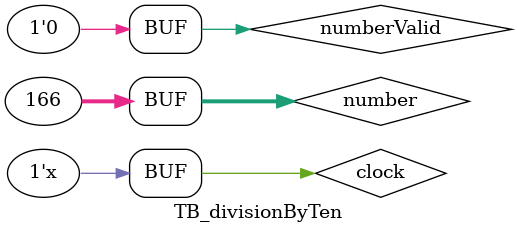
<source format=v>
`timescale 1ns / 1ps


module TB_divisionByTen;

    reg [31:0] number = 32'd0;
    reg numberValid = 1'b0, clock = 1'b0;
    wire resultValid;
    wire [31:0] result;

    divisionByTen UUT(
        .in_number(number),
        .in_numberValid(numberValid),
        .in_reset(1'b0),
        .in_clock(clock),
        .in_enable(1'b1),
        .out_resultValid(resultValid),
        .out_result(result));
    
    always begin
        #1 clock = ~clock;
    end
    
    initial begin
        #5 number = 32'd60;
           numberValid = 1'b1;
        #4 numberValid = 1'b0;
        #20 number = 32'd166;
            numberValid = 1'b1;
        #4 numberValid = 1'b0;
    end

endmodule

</source>
